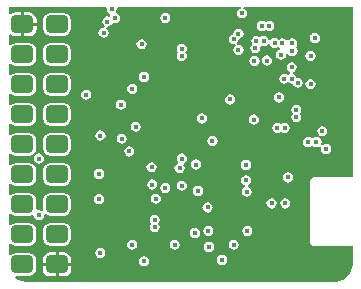
<source format=gbr>
%TF.GenerationSoftware,Altium Limited,Altium Designer,23.9.2 (47)*%
G04 Layer_Physical_Order=2*
G04 Layer_Color=36540*
%FSLAX45Y45*%
%MOMM*%
%TF.SameCoordinates,AC4A3DE0-5486-420A-B1FF-1F5B93080124*%
%TF.FilePolarity,Positive*%
%TF.FileFunction,Copper,L2,Inr,Signal*%
%TF.Part,Single*%
G01*
G75*
%TA.AperFunction,ViaPad*%
%ADD32C,0.45000*%
%TA.AperFunction,ComponentPad*%
G04:AMPARAMS|DCode=33|XSize=1.5mm|YSize=1.9mm|CornerRadius=0.375mm|HoleSize=0mm|Usage=FLASHONLY|Rotation=270.000|XOffset=0mm|YOffset=0mm|HoleType=Round|Shape=RoundedRectangle|*
%AMROUNDEDRECTD33*
21,1,1.50000,1.15000,0,0,270.0*
21,1,0.75000,1.90000,0,0,270.0*
1,1,0.75000,-0.57500,-0.37500*
1,1,0.75000,-0.57500,0.37500*
1,1,0.75000,0.57500,0.37500*
1,1,0.75000,0.57500,-0.37500*
%
%ADD33ROUNDEDRECTD33*%
G36*
X2956055Y1033945D02*
X2640000D01*
X2623183Y1030600D01*
X2608926Y1021074D01*
X2599401Y1006817D01*
X2596056Y990001D01*
Y490002D01*
X2599401Y473185D01*
X2608926Y458928D01*
X2623183Y449402D01*
X2640000Y446057D01*
X2956055D01*
Y299999D01*
X2956164Y299449D01*
X2950913Y259563D01*
X2935305Y221881D01*
X2910476Y189524D01*
X2878118Y164695D01*
X2840437Y149087D01*
X2814295Y145645D01*
X2800000Y143944D01*
Y143944D01*
X200000D01*
X199453Y143835D01*
X159563Y149087D01*
X121882Y164695D01*
X97751Y183211D01*
X102167Y196650D01*
X103283Y197874D01*
X217500D01*
X239935Y202336D01*
X258955Y215045D01*
X271663Y234065D01*
X276126Y256500D01*
Y331500D01*
X271663Y353935D01*
X258955Y372955D01*
X239935Y385663D01*
X217500Y390126D01*
X102500D01*
X80065Y385663D01*
X61045Y372955D01*
X58944Y369811D01*
X43944Y374361D01*
Y467639D01*
X58944Y472189D01*
X61045Y469045D01*
X80065Y456336D01*
X102500Y451874D01*
X217500D01*
X239935Y456336D01*
X258955Y469045D01*
X271663Y488065D01*
X276126Y510500D01*
Y585500D01*
X271663Y607935D01*
X258955Y626955D01*
X239935Y639663D01*
X217500Y644126D01*
X102500D01*
X80065Y639663D01*
X61045Y626955D01*
X58944Y623811D01*
X43944Y628361D01*
Y721639D01*
X58944Y726189D01*
X61045Y723045D01*
X80065Y710336D01*
X102500Y705874D01*
X217500D01*
X239935Y710336D01*
X242173Y711832D01*
X244587Y711527D01*
X257813Y704242D01*
X259966Y693417D01*
X269359Y679360D01*
X283417Y669966D01*
X300000Y666668D01*
X316583Y669966D01*
X330640Y679360D01*
X340034Y693417D01*
X343332Y710000D01*
X342320Y715090D01*
X351720Y720966D01*
X356183Y722285D01*
X374065Y710336D01*
X396500Y705874D01*
X511500D01*
X533935Y710336D01*
X552955Y723045D01*
X565663Y742065D01*
X570126Y764500D01*
Y839500D01*
X565663Y861935D01*
X552955Y880955D01*
X533935Y893663D01*
X511500Y898126D01*
X396500D01*
X374065Y893663D01*
X355045Y880955D01*
X342336Y861935D01*
X337874Y839500D01*
Y764500D01*
X340632Y750631D01*
X340630Y750630D01*
X326817Y743195D01*
X316583Y750034D01*
X300000Y753333D01*
X288754Y751096D01*
X275514Y761420D01*
X276126Y764500D01*
Y839500D01*
X271663Y861935D01*
X258955Y880955D01*
X239935Y893663D01*
X217500Y898126D01*
X102500D01*
X80065Y893663D01*
X61045Y880955D01*
X58944Y877811D01*
X43944Y882361D01*
Y975639D01*
X58944Y980189D01*
X61045Y977045D01*
X80065Y964336D01*
X102500Y959874D01*
X217500D01*
X239935Y964336D01*
X258955Y977045D01*
X271663Y996065D01*
X276126Y1018500D01*
Y1093500D01*
X271663Y1115935D01*
X258955Y1134955D01*
X239935Y1147663D01*
X217500Y1152126D01*
X102500D01*
X80065Y1147663D01*
X61045Y1134955D01*
X58944Y1131811D01*
X43944Y1136361D01*
Y1229639D01*
X58944Y1234189D01*
X61045Y1231045D01*
X80065Y1218336D01*
X102500Y1213874D01*
X217500D01*
X239935Y1218336D01*
X258955Y1231045D01*
X271663Y1250065D01*
X276126Y1272500D01*
Y1347500D01*
X271663Y1369935D01*
X258955Y1388955D01*
X239935Y1401663D01*
X217500Y1406126D01*
X102500D01*
X80065Y1401663D01*
X61045Y1388955D01*
X58944Y1385811D01*
X43944Y1390361D01*
Y1483639D01*
X58944Y1488189D01*
X61045Y1485045D01*
X80065Y1472336D01*
X102500Y1467874D01*
X217500D01*
X239935Y1472336D01*
X258955Y1485045D01*
X271663Y1504065D01*
X276126Y1526500D01*
Y1601500D01*
X271663Y1623935D01*
X258955Y1642955D01*
X239935Y1655663D01*
X217500Y1660126D01*
X102500D01*
X80065Y1655663D01*
X61045Y1642955D01*
X58944Y1639811D01*
X43944Y1644361D01*
Y1737639D01*
X58944Y1742189D01*
X61045Y1739045D01*
X80065Y1726336D01*
X102500Y1721874D01*
X217500D01*
X239935Y1726336D01*
X258955Y1739045D01*
X271663Y1758065D01*
X276126Y1780500D01*
Y1855500D01*
X271663Y1877935D01*
X258955Y1896955D01*
X239935Y1909663D01*
X217500Y1914126D01*
X102500D01*
X80065Y1909663D01*
X61045Y1896955D01*
X58944Y1893811D01*
X43944Y1898361D01*
Y1991639D01*
X58944Y1996189D01*
X61045Y1993045D01*
X80065Y1980336D01*
X102500Y1975874D01*
X217500D01*
X239935Y1980336D01*
X258955Y1993045D01*
X271663Y2012065D01*
X276126Y2034500D01*
Y2109500D01*
X271663Y2131935D01*
X258955Y2150955D01*
X239935Y2163663D01*
X217500Y2168126D01*
X102500D01*
X80065Y2163663D01*
X61045Y2150955D01*
X58944Y2147811D01*
X43944Y2152361D01*
Y2237974D01*
X58944Y2241954D01*
X77958Y2229250D01*
X102500Y2224368D01*
X147300D01*
Y2326000D01*
Y2427632D01*
X102500D01*
X77958Y2422750D01*
X58944Y2410046D01*
X43944Y2414026D01*
Y2476056D01*
X862885D01*
X874188Y2461056D01*
X872864Y2454400D01*
X876163Y2437817D01*
X885556Y2423759D01*
X899614Y2414366D01*
X905026Y2401060D01*
X894554Y2390437D01*
X880000Y2393333D01*
X863417Y2390034D01*
X849359Y2380641D01*
X839966Y2366583D01*
X836668Y2350000D01*
X839966Y2333417D01*
X849359Y2319360D01*
X858329Y2313366D01*
X852476Y2299237D01*
X848025Y2300122D01*
X831443Y2296823D01*
X817385Y2287430D01*
X807991Y2273372D01*
X804693Y2256789D01*
X807991Y2240207D01*
X817385Y2226149D01*
X831443Y2216756D01*
X848025Y2213457D01*
X864608Y2216756D01*
X878666Y2226149D01*
X888059Y2240207D01*
X891358Y2256789D01*
X888059Y2273372D01*
X878666Y2287430D01*
X869697Y2293423D01*
X875549Y2307553D01*
X880000Y2306668D01*
X896583Y2309966D01*
X910641Y2319360D01*
X915980Y2327350D01*
X927535Y2337670D01*
X944117Y2334372D01*
X960700Y2337670D01*
X974758Y2347063D01*
X984151Y2361121D01*
X987450Y2377704D01*
X984151Y2394287D01*
X974758Y2408344D01*
X960700Y2417738D01*
X953932Y2434378D01*
X956230Y2437817D01*
X959529Y2454400D01*
X958205Y2461056D01*
X969508Y2476056D01*
X2007077D01*
X2008555Y2461056D01*
X2003417Y2460034D01*
X1989359Y2450641D01*
X1979966Y2436583D01*
X1976668Y2420000D01*
X1979966Y2403417D01*
X1989359Y2389359D01*
X2003417Y2379966D01*
X2020000Y2376668D01*
X2036583Y2379966D01*
X2050641Y2389359D01*
X2060034Y2403417D01*
X2063332Y2420000D01*
X2060034Y2436583D01*
X2050641Y2450641D01*
X2036583Y2460034D01*
X2031446Y2461056D01*
X2032923Y2476056D01*
X2956055D01*
Y1033945D01*
D02*
G37*
%LPC*%
G36*
X217500Y2427632D02*
X172700D01*
Y2338700D01*
X281632D01*
Y2363500D01*
X276750Y2388042D01*
X262848Y2408848D01*
X242042Y2422750D01*
X217500Y2427632D01*
D02*
G37*
G36*
X1370000Y2423332D02*
X1353417Y2420034D01*
X1339360Y2410641D01*
X1329966Y2396583D01*
X1326668Y2380000D01*
X1329966Y2363417D01*
X1339360Y2349360D01*
X1353417Y2339966D01*
X1370000Y2336668D01*
X1386583Y2339966D01*
X1400641Y2349360D01*
X1410034Y2363417D01*
X1413332Y2380000D01*
X1410034Y2396583D01*
X1400641Y2410641D01*
X1386583Y2420034D01*
X1370000Y2423332D01*
D02*
G37*
G36*
X2188658Y2357047D02*
X2172075Y2353748D01*
X2158017Y2344355D01*
X2148624Y2330297D01*
X2145325Y2313714D01*
X2148624Y2297132D01*
X2158017Y2283074D01*
X2172075Y2273680D01*
X2188658Y2270382D01*
X2205240Y2273680D01*
X2219149Y2282975D01*
X2233097Y2273655D01*
X2249679Y2270357D01*
X2266262Y2273655D01*
X2280320Y2283049D01*
X2289713Y2297107D01*
X2293012Y2313689D01*
X2289713Y2330272D01*
X2280320Y2344330D01*
X2266262Y2353723D01*
X2249679Y2357022D01*
X2233097Y2353723D01*
X2219187Y2344429D01*
X2205240Y2353748D01*
X2188658Y2357047D01*
D02*
G37*
G36*
X511500Y2422126D02*
X396500D01*
X374065Y2417663D01*
X355045Y2404955D01*
X342336Y2385935D01*
X337874Y2363500D01*
Y2288500D01*
X342336Y2266065D01*
X355045Y2247045D01*
X374065Y2234336D01*
X396500Y2229874D01*
X511500D01*
X533935Y2234336D01*
X552955Y2247045D01*
X565663Y2266065D01*
X570126Y2288500D01*
Y2363500D01*
X565663Y2385935D01*
X552955Y2404955D01*
X533935Y2417663D01*
X511500Y2422126D01*
D02*
G37*
G36*
X281632Y2313300D02*
X172700D01*
Y2224368D01*
X217500D01*
X242042Y2229250D01*
X262848Y2243152D01*
X276750Y2263958D01*
X281632Y2288500D01*
Y2313300D01*
D02*
G37*
G36*
X2203302Y2228462D02*
X2186720Y2225164D01*
X2172662Y2215770D01*
X2171755Y2214413D01*
X2157871Y2223690D01*
X2141288Y2226989D01*
X2124705Y2223690D01*
X2110648Y2214297D01*
X2101254Y2200239D01*
X2097956Y2183656D01*
X2101254Y2167074D01*
X2107404Y2157869D01*
X2101325Y2153807D01*
X2091931Y2139749D01*
X2088633Y2123167D01*
X2091931Y2106584D01*
X2101325Y2092526D01*
X2115383Y2083133D01*
X2131965Y2079834D01*
X2148548Y2083133D01*
X2162606Y2092526D01*
X2171999Y2106584D01*
X2175298Y2123167D01*
X2172655Y2136453D01*
X2180987Y2144394D01*
X2184812Y2146370D01*
X2186720Y2145096D01*
X2203302Y2141797D01*
X2219885Y2145096D01*
X2233943Y2154489D01*
X2239802Y2163258D01*
X2255726Y2160091D01*
X2257053Y2153418D01*
X2266447Y2139360D01*
X2280505Y2129967D01*
X2297087Y2126668D01*
X2313670Y2129967D01*
X2326616Y2138617D01*
X2330039Y2133494D01*
X2340232Y2126683D01*
X2338599Y2111065D01*
X2333417Y2110034D01*
X2319360Y2100640D01*
X2309966Y2086583D01*
X2306668Y2070000D01*
X2309966Y2053417D01*
X2319360Y2039359D01*
X2333417Y2029966D01*
X2350000Y2026668D01*
X2366583Y2029966D01*
X2380641Y2039359D01*
X2390034Y2053417D01*
X2393333Y2070000D01*
X2391684Y2078291D01*
X2406328Y2081232D01*
X2409576Y2076457D01*
X2409741Y2076209D01*
X2415772Y2067185D01*
X2429830Y2057791D01*
X2446412Y2054493D01*
X2462995Y2057791D01*
X2477053Y2067185D01*
X2486446Y2081243D01*
X2489745Y2097825D01*
X2486446Y2114408D01*
X2482358Y2120526D01*
X2477934Y2131017D01*
X2482117Y2143122D01*
X2485817Y2148658D01*
X2489115Y2165241D01*
X2485817Y2181824D01*
X2476423Y2195882D01*
X2462365Y2205275D01*
X2445783Y2208573D01*
X2429200Y2205275D01*
X2415142Y2195882D01*
X2411882Y2191002D01*
X2393841D01*
X2391320Y2194775D01*
X2377262Y2204169D01*
X2360680Y2207467D01*
X2344097Y2204169D01*
X2331151Y2195518D01*
X2327728Y2200641D01*
X2313670Y2210035D01*
X2297087Y2213333D01*
X2280505Y2210035D01*
X2266447Y2200641D01*
X2260587Y2191872D01*
X2244663Y2195040D01*
X2243336Y2201712D01*
X2233943Y2215770D01*
X2219885Y2225164D01*
X2203302Y2228462D01*
D02*
G37*
G36*
X2636618Y2253332D02*
X2620035Y2250034D01*
X2605977Y2240640D01*
X2596584Y2226583D01*
X2593285Y2210000D01*
X2596584Y2193417D01*
X2605977Y2179359D01*
X2620035Y2169966D01*
X2636618Y2166667D01*
X2653200Y2169966D01*
X2667258Y2179359D01*
X2676651Y2193417D01*
X2679950Y2210000D01*
X2676651Y2226583D01*
X2667258Y2240640D01*
X2653200Y2250034D01*
X2636618Y2253332D01*
D02*
G37*
G36*
X1169668Y2200904D02*
X1153086Y2197605D01*
X1139028Y2188212D01*
X1129635Y2174154D01*
X1126336Y2157572D01*
X1129635Y2140989D01*
X1139028Y2126931D01*
X1153086Y2117538D01*
X1169668Y2114239D01*
X1186251Y2117538D01*
X1200309Y2126931D01*
X1209702Y2140989D01*
X1213001Y2157572D01*
X1209702Y2174154D01*
X1200309Y2188212D01*
X1186251Y2197605D01*
X1169668Y2200904D01*
D02*
G37*
G36*
X1989463Y2289751D02*
X1972881Y2286452D01*
X1958823Y2277059D01*
X1949429Y2263001D01*
X1946131Y2246418D01*
X1946876Y2242670D01*
X1933417Y2239993D01*
X1919359Y2230600D01*
X1909965Y2216542D01*
X1906667Y2199959D01*
X1909965Y2183377D01*
X1919359Y2169319D01*
X1933417Y2159925D01*
X1949999Y2156627D01*
X1958949Y2158407D01*
X1964802Y2144277D01*
X1959360Y2140641D01*
X1949966Y2126583D01*
X1946668Y2110000D01*
X1949966Y2093417D01*
X1959360Y2079360D01*
X1973417Y2069966D01*
X1990000Y2066668D01*
X2006583Y2069966D01*
X2020641Y2079360D01*
X2030034Y2093417D01*
X2033332Y2110000D01*
X2030034Y2126583D01*
X2020641Y2140641D01*
X2006583Y2150034D01*
X1990000Y2153332D01*
X1981050Y2151552D01*
X1975197Y2165682D01*
X1980640Y2169319D01*
X1990033Y2183377D01*
X1993332Y2199959D01*
X1992586Y2203707D01*
X2006046Y2206384D01*
X2020104Y2215778D01*
X2029497Y2229836D01*
X2032796Y2246418D01*
X2029497Y2263001D01*
X2020104Y2277059D01*
X2006046Y2286452D01*
X1989463Y2289751D01*
D02*
G37*
G36*
X2600000Y2103332D02*
X2583417Y2100034D01*
X2569359Y2090640D01*
X2559966Y2076583D01*
X2556667Y2060000D01*
X2559966Y2043417D01*
X2569359Y2029359D01*
X2583417Y2019966D01*
X2600000Y2016668D01*
X2616583Y2019966D01*
X2630640Y2029359D01*
X2640034Y2043417D01*
X2643332Y2060000D01*
X2640034Y2076583D01*
X2630640Y2090640D01*
X2616583Y2100034D01*
X2600000Y2103332D01*
D02*
G37*
G36*
X1510000Y2163332D02*
X1493417Y2160034D01*
X1479359Y2150641D01*
X1469966Y2136583D01*
X1466668Y2120000D01*
X1469966Y2103417D01*
X1478932Y2090000D01*
X1469966Y2076583D01*
X1466668Y2060000D01*
X1469966Y2043417D01*
X1479359Y2029359D01*
X1493417Y2019966D01*
X1510000Y2016668D01*
X1526583Y2019966D01*
X1540641Y2029359D01*
X1550034Y2043417D01*
X1553332Y2060000D01*
X1550034Y2076583D01*
X1541069Y2090000D01*
X1550034Y2103417D01*
X1553332Y2120000D01*
X1550034Y2136583D01*
X1540641Y2150641D01*
X1526583Y2160034D01*
X1510000Y2163332D01*
D02*
G37*
G36*
X2230000Y2063332D02*
X2213417Y2060034D01*
X2199360Y2050641D01*
X2189966Y2036583D01*
X2186668Y2020000D01*
X2189966Y2003417D01*
X2199360Y1989359D01*
X2213417Y1979966D01*
X2230000Y1976668D01*
X2246583Y1979966D01*
X2260641Y1989359D01*
X2270034Y2003417D01*
X2273333Y2020000D01*
X2270034Y2036583D01*
X2260641Y2050641D01*
X2246583Y2060034D01*
X2230000Y2063332D01*
D02*
G37*
G36*
X511500Y2168126D02*
X396500D01*
X374065Y2163663D01*
X355045Y2150955D01*
X342336Y2131935D01*
X337874Y2109500D01*
Y2034500D01*
X342336Y2012065D01*
X355045Y1993045D01*
X374065Y1980336D01*
X396500Y1975874D01*
X511500D01*
X533935Y1980336D01*
X552955Y1993045D01*
X565663Y2012065D01*
X570126Y2034500D01*
Y2109500D01*
X565663Y2131935D01*
X552955Y2150955D01*
X533935Y2163663D01*
X511500Y2168126D01*
D02*
G37*
G36*
X2125334Y2060570D02*
X2108751Y2057272D01*
X2094694Y2047879D01*
X2085300Y2033821D01*
X2082002Y2017238D01*
X2085300Y2000655D01*
X2094694Y1986597D01*
X2108751Y1977204D01*
X2125334Y1973906D01*
X2141917Y1977204D01*
X2155975Y1986597D01*
X2165368Y2000655D01*
X2168666Y2017238D01*
X2165368Y2033821D01*
X2155975Y2047879D01*
X2141917Y2057272D01*
X2125334Y2060570D01*
D02*
G37*
G36*
X2440003Y2006241D02*
X2423420Y2002943D01*
X2409362Y1993549D01*
X2399969Y1979492D01*
X2396670Y1962909D01*
X2399969Y1946326D01*
X2409362Y1932268D01*
X2423420Y1922875D01*
X2428288Y1921907D01*
Y1906613D01*
X2422412Y1905444D01*
X2409133Y1896571D01*
X2408783Y1897094D01*
X2394725Y1906488D01*
X2378143Y1909786D01*
X2361560Y1906488D01*
X2347502Y1897094D01*
X2338109Y1883036D01*
X2334810Y1866454D01*
X2338109Y1849871D01*
X2347502Y1835813D01*
X2361560Y1826420D01*
X2378143Y1823121D01*
X2394725Y1826420D01*
X2408004Y1835293D01*
X2408354Y1834770D01*
X2422412Y1825376D01*
X2438995Y1822078D01*
X2448669Y1824002D01*
X2450324Y1815683D01*
X2459718Y1801625D01*
X2473776Y1792231D01*
X2490358Y1788933D01*
X2506941Y1792231D01*
X2520999Y1801625D01*
X2530392Y1815683D01*
X2533691Y1832265D01*
X2530392Y1848848D01*
X2520999Y1862906D01*
X2506941Y1872299D01*
X2490358Y1875598D01*
X2480683Y1873673D01*
X2479029Y1881993D01*
X2469635Y1896051D01*
X2455577Y1905444D01*
X2450709Y1906412D01*
Y1921706D01*
X2456585Y1922875D01*
X2470643Y1932268D01*
X2480037Y1946326D01*
X2483335Y1962909D01*
X2480037Y1979492D01*
X2470643Y1993549D01*
X2456585Y2002943D01*
X2440003Y2006241D01*
D02*
G37*
G36*
X1190000Y1923332D02*
X1173417Y1920034D01*
X1159359Y1910641D01*
X1149966Y1896583D01*
X1146668Y1880000D01*
X1149966Y1863417D01*
X1159359Y1849360D01*
X1173417Y1839966D01*
X1190000Y1836668D01*
X1206583Y1839966D01*
X1220640Y1849360D01*
X1230034Y1863417D01*
X1233332Y1880000D01*
X1230034Y1896583D01*
X1220640Y1910641D01*
X1206583Y1920034D01*
X1190000Y1923332D01*
D02*
G37*
G36*
X2600000Y1863332D02*
X2583417Y1860034D01*
X2569359Y1850640D01*
X2559966Y1836583D01*
X2556667Y1820000D01*
X2559966Y1803417D01*
X2569359Y1789359D01*
X2583417Y1779966D01*
X2600000Y1776668D01*
X2616583Y1779966D01*
X2630640Y1789359D01*
X2640034Y1803417D01*
X2643332Y1820000D01*
X2640034Y1836583D01*
X2630640Y1850640D01*
X2616583Y1860034D01*
X2600000Y1863332D01*
D02*
G37*
G36*
X1090000Y1823332D02*
X1073417Y1820034D01*
X1059360Y1810641D01*
X1049966Y1796583D01*
X1046668Y1780000D01*
X1049966Y1763417D01*
X1059360Y1749359D01*
X1073417Y1739966D01*
X1090000Y1736668D01*
X1106583Y1739966D01*
X1120641Y1749359D01*
X1130034Y1763417D01*
X1133333Y1780000D01*
X1130034Y1796583D01*
X1120641Y1810641D01*
X1106583Y1820034D01*
X1090000Y1823332D01*
D02*
G37*
G36*
X511500Y1914126D02*
X396500D01*
X374065Y1909663D01*
X355045Y1896955D01*
X342336Y1877935D01*
X337874Y1855500D01*
Y1780500D01*
X342336Y1758065D01*
X355045Y1739045D01*
X374065Y1726336D01*
X396500Y1721874D01*
X511500D01*
X533935Y1726336D01*
X552955Y1739045D01*
X565663Y1758065D01*
X570126Y1780500D01*
Y1855500D01*
X565663Y1877935D01*
X552955Y1896955D01*
X533935Y1909663D01*
X511500Y1914126D01*
D02*
G37*
G36*
X700000Y1773332D02*
X683417Y1770034D01*
X669360Y1760641D01*
X659966Y1746583D01*
X656668Y1730000D01*
X659966Y1713417D01*
X669360Y1699360D01*
X683417Y1689966D01*
X700000Y1686668D01*
X716583Y1689966D01*
X730641Y1699360D01*
X740034Y1713417D01*
X743333Y1730000D01*
X740034Y1746583D01*
X730641Y1760641D01*
X716583Y1770034D01*
X700000Y1773332D01*
D02*
G37*
G36*
X2333948Y1750984D02*
X2317365Y1747685D01*
X2303308Y1738292D01*
X2293914Y1724234D01*
X2290616Y1707651D01*
X2293914Y1691069D01*
X2303308Y1677011D01*
X2317365Y1667617D01*
X2333948Y1664319D01*
X2350531Y1667617D01*
X2364589Y1677011D01*
X2373982Y1691069D01*
X2377280Y1707651D01*
X2373982Y1724234D01*
X2364589Y1738292D01*
X2350531Y1747685D01*
X2333948Y1750984D01*
D02*
G37*
G36*
X1920000Y1733332D02*
X1903417Y1730034D01*
X1889359Y1720640D01*
X1879966Y1706583D01*
X1876668Y1690000D01*
X1879966Y1673417D01*
X1889359Y1659359D01*
X1903417Y1649966D01*
X1920000Y1646668D01*
X1936583Y1649966D01*
X1950640Y1659359D01*
X1960034Y1673417D01*
X1963332Y1690000D01*
X1960034Y1706583D01*
X1950640Y1720640D01*
X1936583Y1730034D01*
X1920000Y1733332D01*
D02*
G37*
G36*
X994838Y1689557D02*
X978256Y1686258D01*
X964198Y1676865D01*
X954804Y1662807D01*
X951506Y1646224D01*
X954804Y1629642D01*
X964198Y1615584D01*
X978256Y1606190D01*
X994838Y1602892D01*
X1011421Y1606190D01*
X1025479Y1615584D01*
X1034872Y1629642D01*
X1038171Y1646224D01*
X1034872Y1662807D01*
X1025479Y1676865D01*
X1011421Y1686258D01*
X994838Y1689557D01*
D02*
G37*
G36*
X2480000Y1643333D02*
X2463417Y1640034D01*
X2449360Y1630641D01*
X2439966Y1616583D01*
X2436668Y1600000D01*
X2439966Y1583417D01*
X2448932Y1570000D01*
X2439966Y1556583D01*
X2436668Y1540000D01*
X2439966Y1523417D01*
X2449360Y1509359D01*
X2463417Y1499966D01*
X2480000Y1496668D01*
X2496583Y1499966D01*
X2510641Y1509359D01*
X2520034Y1523417D01*
X2523333Y1540000D01*
X2520034Y1556583D01*
X2511069Y1570000D01*
X2520034Y1583417D01*
X2523333Y1600000D01*
X2520034Y1616583D01*
X2510641Y1630641D01*
X2496583Y1640034D01*
X2480000Y1643333D01*
D02*
G37*
G36*
X1680000Y1573332D02*
X1663417Y1570034D01*
X1649359Y1560641D01*
X1639966Y1546583D01*
X1636668Y1530000D01*
X1639966Y1513417D01*
X1649359Y1499359D01*
X1663417Y1489966D01*
X1680000Y1486668D01*
X1696583Y1489966D01*
X1710640Y1499359D01*
X1720034Y1513417D01*
X1723332Y1530000D01*
X1720034Y1546583D01*
X1710640Y1560641D01*
X1696583Y1570034D01*
X1680000Y1573332D01*
D02*
G37*
G36*
X2380000Y1493332D02*
X2363417Y1490034D01*
X2350000Y1481068D01*
X2336583Y1490034D01*
X2320000Y1493332D01*
X2303417Y1490034D01*
X2289359Y1480640D01*
X2279966Y1466583D01*
X2276668Y1450000D01*
X2279966Y1433417D01*
X2289359Y1419359D01*
X2303417Y1409966D01*
X2320000Y1406667D01*
X2336583Y1409966D01*
X2350000Y1418931D01*
X2363417Y1409966D01*
X2380000Y1406667D01*
X2396583Y1409966D01*
X2410641Y1419359D01*
X2420034Y1433417D01*
X2423332Y1450000D01*
X2420034Y1466583D01*
X2410641Y1480640D01*
X2396583Y1490034D01*
X2380000Y1493332D01*
D02*
G37*
G36*
X2120000Y1563332D02*
X2103417Y1560034D01*
X2089360Y1550641D01*
X2079966Y1536583D01*
X2076668Y1520000D01*
X2079966Y1503417D01*
X2089360Y1489359D01*
X2103417Y1479966D01*
X2120000Y1476668D01*
X2136583Y1479966D01*
X2150641Y1489359D01*
X2160034Y1503417D01*
X2163332Y1520000D01*
X2160034Y1536583D01*
X2150641Y1550641D01*
X2136583Y1560034D01*
X2120000Y1563332D01*
D02*
G37*
G36*
X511500Y1660126D02*
X396500D01*
X374065Y1655663D01*
X355045Y1642955D01*
X342336Y1623935D01*
X337874Y1601500D01*
Y1526500D01*
X342336Y1504065D01*
X355045Y1485045D01*
X374065Y1472336D01*
X396500Y1467874D01*
X511500D01*
X533935Y1472336D01*
X552955Y1485045D01*
X565663Y1504065D01*
X570126Y1526500D01*
Y1601500D01*
X565663Y1623935D01*
X552955Y1642955D01*
X533935Y1655663D01*
X511500Y1660126D01*
D02*
G37*
G36*
X1120000Y1503332D02*
X1103417Y1500034D01*
X1089360Y1490640D01*
X1079966Y1476583D01*
X1076668Y1460000D01*
X1079966Y1443417D01*
X1089360Y1429359D01*
X1103417Y1419966D01*
X1120000Y1416667D01*
X1136583Y1419966D01*
X1150641Y1429359D01*
X1160034Y1443417D01*
X1163332Y1460000D01*
X1160034Y1476583D01*
X1150641Y1490640D01*
X1136583Y1500034D01*
X1120000Y1503332D01*
D02*
G37*
G36*
X2700000Y1463332D02*
X2683417Y1460034D01*
X2669359Y1450640D01*
X2659966Y1436583D01*
X2656668Y1420000D01*
X2659966Y1403417D01*
X2669359Y1389359D01*
X2683417Y1379966D01*
X2700000Y1376668D01*
X2716583Y1379966D01*
X2730640Y1389359D01*
X2740034Y1403417D01*
X2743332Y1420000D01*
X2740034Y1436583D01*
X2730640Y1450640D01*
X2716583Y1460034D01*
X2700000Y1463332D01*
D02*
G37*
G36*
X2650000Y1373332D02*
X2633417Y1370034D01*
X2619360Y1360640D01*
X2610640D01*
X2596583Y1370034D01*
X2580000Y1373332D01*
X2563417Y1370034D01*
X2549359Y1360640D01*
X2539966Y1346583D01*
X2536668Y1330000D01*
X2539966Y1313417D01*
X2549359Y1299359D01*
X2563417Y1289966D01*
X2580000Y1286667D01*
X2596583Y1289966D01*
X2610640Y1299359D01*
X2619360D01*
X2633417Y1289966D01*
X2650000Y1286667D01*
X2666583Y1289966D01*
X2678105Y1297665D01*
X2680641Y1299359D01*
X2692791Y1290811D01*
X2689966Y1286583D01*
X2686667Y1270000D01*
X2689966Y1253417D01*
X2699359Y1239359D01*
X2713417Y1229966D01*
X2730000Y1226668D01*
X2746583Y1229966D01*
X2760640Y1239359D01*
X2770034Y1253417D01*
X2773332Y1270000D01*
X2770034Y1286583D01*
X2760640Y1300641D01*
X2746583Y1310034D01*
X2730000Y1313332D01*
X2713417Y1310034D01*
X2701895Y1302334D01*
X2699359Y1300641D01*
X2687209Y1309189D01*
X2690034Y1313417D01*
X2693332Y1330000D01*
X2690034Y1346583D01*
X2680641Y1360640D01*
X2666583Y1370034D01*
X2650000Y1373332D01*
D02*
G37*
G36*
X820780Y1428265D02*
X804198Y1424967D01*
X790140Y1415573D01*
X780746Y1401516D01*
X777448Y1384933D01*
X780746Y1368350D01*
X790140Y1354292D01*
X804198Y1344899D01*
X820780Y1341601D01*
X837363Y1344899D01*
X851421Y1354292D01*
X860814Y1368350D01*
X864113Y1384933D01*
X860814Y1401516D01*
X851421Y1415573D01*
X837363Y1424967D01*
X820780Y1428265D01*
D02*
G37*
G36*
X1001269Y1401590D02*
X984687Y1398291D01*
X970629Y1388898D01*
X961235Y1374840D01*
X957937Y1358257D01*
X961235Y1341674D01*
X970629Y1327617D01*
X984687Y1318223D01*
X1001269Y1314925D01*
X1017852Y1318223D01*
X1031910Y1327617D01*
X1041303Y1341674D01*
X1044602Y1358257D01*
X1041303Y1374840D01*
X1031910Y1388898D01*
X1017852Y1398291D01*
X1001269Y1401590D01*
D02*
G37*
G36*
X1769996Y1383330D02*
X1753414Y1380031D01*
X1739356Y1370638D01*
X1729963Y1356580D01*
X1726664Y1339997D01*
X1729963Y1323415D01*
X1739356Y1309357D01*
X1753414Y1299963D01*
X1769996Y1296665D01*
X1786579Y1299963D01*
X1800637Y1309357D01*
X1810030Y1323415D01*
X1813329Y1339997D01*
X1810030Y1356580D01*
X1800637Y1370638D01*
X1786579Y1380031D01*
X1769996Y1383330D01*
D02*
G37*
G36*
X511500Y1406126D02*
X396500D01*
X374065Y1401663D01*
X355045Y1388955D01*
X342336Y1369935D01*
X337874Y1347500D01*
Y1272500D01*
X342336Y1250065D01*
X355045Y1231045D01*
X374065Y1218336D01*
X396500Y1213874D01*
X511500D01*
X533935Y1218336D01*
X552955Y1231045D01*
X565663Y1250065D01*
X570126Y1272500D01*
Y1347500D01*
X565663Y1369935D01*
X552955Y1388955D01*
X533935Y1401663D01*
X511500Y1406126D01*
D02*
G37*
G36*
X1065000Y1293332D02*
X1048418Y1290034D01*
X1034360Y1280641D01*
X1024966Y1266583D01*
X1021668Y1250000D01*
X1024966Y1233417D01*
X1034360Y1219360D01*
X1048418Y1209966D01*
X1065000Y1206668D01*
X1081583Y1209966D01*
X1095641Y1219360D01*
X1105034Y1233417D01*
X1108333Y1250000D01*
X1105034Y1266583D01*
X1095641Y1280641D01*
X1081583Y1290034D01*
X1065000Y1293332D01*
D02*
G37*
G36*
X300000Y1233332D02*
X283417Y1230034D01*
X269359Y1220640D01*
X259966Y1206583D01*
X256668Y1190000D01*
X259966Y1173417D01*
X269359Y1159359D01*
X283417Y1149966D01*
X300000Y1146668D01*
X316583Y1149966D01*
X330640Y1159359D01*
X340034Y1173417D01*
X343332Y1190000D01*
X340034Y1206583D01*
X330640Y1220640D01*
X316583Y1230034D01*
X300000Y1233332D01*
D02*
G37*
G36*
X1629393Y1182726D02*
X1612811Y1179427D01*
X1598753Y1170034D01*
X1589360Y1155976D01*
X1586061Y1139393D01*
X1589360Y1122811D01*
X1598753Y1108753D01*
X1612811Y1099359D01*
X1629393Y1096061D01*
X1645976Y1099359D01*
X1660034Y1108753D01*
X1669427Y1122811D01*
X1672726Y1139393D01*
X1669427Y1155976D01*
X1660034Y1170034D01*
X1645976Y1179427D01*
X1629393Y1182726D01*
D02*
G37*
G36*
X2054090Y1178636D02*
X2037507Y1175337D01*
X2023449Y1165944D01*
X2014056Y1151886D01*
X2010757Y1135303D01*
X2014056Y1118721D01*
X2023449Y1104663D01*
X2037507Y1095269D01*
X2054090Y1091971D01*
X2070673Y1095269D01*
X2084730Y1104663D01*
X2094124Y1118721D01*
X2097422Y1135303D01*
X2094124Y1151886D01*
X2084730Y1165944D01*
X2070673Y1175337D01*
X2054090Y1178636D01*
D02*
G37*
G36*
X1254246Y1159087D02*
X1237663Y1155788D01*
X1223605Y1146395D01*
X1214212Y1132337D01*
X1210914Y1115754D01*
X1214212Y1099172D01*
X1223605Y1085114D01*
X1237663Y1075720D01*
X1254246Y1072422D01*
X1270829Y1075720D01*
X1284886Y1085114D01*
X1294280Y1099172D01*
X1297578Y1115754D01*
X1294280Y1132337D01*
X1284886Y1146395D01*
X1270829Y1155788D01*
X1254246Y1159087D01*
D02*
G37*
G36*
X1510000Y1233332D02*
X1493417Y1230034D01*
X1479359Y1220640D01*
X1469966Y1206583D01*
X1466668Y1190000D01*
X1469966Y1173417D01*
X1476823Y1163155D01*
X1474954Y1150971D01*
X1472346Y1146005D01*
X1460345Y1137987D01*
X1450952Y1123929D01*
X1447653Y1107346D01*
X1450952Y1090763D01*
X1460345Y1076705D01*
X1474403Y1067312D01*
X1490986Y1064014D01*
X1507568Y1067312D01*
X1521626Y1076705D01*
X1531020Y1090763D01*
X1534318Y1107346D01*
X1531020Y1123929D01*
X1524163Y1134191D01*
X1526032Y1146375D01*
X1528640Y1151341D01*
X1540641Y1159359D01*
X1550034Y1173417D01*
X1553332Y1190000D01*
X1550034Y1206583D01*
X1540641Y1220640D01*
X1526583Y1230034D01*
X1510000Y1233332D01*
D02*
G37*
G36*
X810000Y1103332D02*
X793417Y1100034D01*
X779359Y1090640D01*
X769966Y1076583D01*
X766668Y1060000D01*
X769966Y1043417D01*
X779359Y1029359D01*
X793417Y1019966D01*
X810000Y1016668D01*
X826583Y1019966D01*
X840640Y1029359D01*
X850034Y1043417D01*
X853332Y1060000D01*
X850034Y1076583D01*
X840640Y1090640D01*
X826583Y1100034D01*
X810000Y1103332D01*
D02*
G37*
G36*
X2410000Y1073332D02*
X2393417Y1070034D01*
X2379359Y1060641D01*
X2369966Y1046583D01*
X2366668Y1030000D01*
X2369966Y1013417D01*
X2379359Y999359D01*
X2393417Y989966D01*
X2410000Y986668D01*
X2426583Y989966D01*
X2440641Y999359D01*
X2450034Y1013417D01*
X2453332Y1030000D01*
X2450034Y1046583D01*
X2440641Y1060641D01*
X2426583Y1070034D01*
X2410000Y1073332D01*
D02*
G37*
G36*
X511500Y1152126D02*
X396500D01*
X374065Y1147663D01*
X355045Y1134955D01*
X342336Y1115935D01*
X337874Y1093500D01*
Y1018500D01*
X342336Y996065D01*
X355045Y977045D01*
X374065Y964336D01*
X396500Y959874D01*
X511500D01*
X533935Y964336D01*
X552955Y977045D01*
X565663Y996065D01*
X570126Y1018500D01*
Y1093500D01*
X565663Y1115935D01*
X552955Y1134955D01*
X533935Y1147663D01*
X511500Y1152126D01*
D02*
G37*
G36*
X1260000Y1013332D02*
X1243417Y1010034D01*
X1229359Y1000641D01*
X1219966Y986583D01*
X1216668Y970000D01*
X1219966Y953417D01*
X1229359Y939360D01*
X1243417Y929966D01*
X1260000Y926668D01*
X1276583Y929966D01*
X1290641Y939360D01*
X1300034Y953417D01*
X1303332Y970000D01*
X1300034Y986583D01*
X1290641Y1000641D01*
X1276583Y1010034D01*
X1260000Y1013332D01*
D02*
G37*
G36*
X1510000Y1003333D02*
X1493417Y1000034D01*
X1479359Y990641D01*
X1469966Y976583D01*
X1466668Y960000D01*
X1469966Y943417D01*
X1479359Y929360D01*
X1493417Y919966D01*
X1510000Y916668D01*
X1526583Y919966D01*
X1540641Y929360D01*
X1550034Y943417D01*
X1553332Y960000D01*
X1550034Y976583D01*
X1540641Y990641D01*
X1526583Y1000034D01*
X1510000Y1003333D01*
D02*
G37*
G36*
X1370000Y983332D02*
X1353417Y980034D01*
X1339360Y970640D01*
X1329966Y956583D01*
X1326668Y940000D01*
X1329966Y923417D01*
X1339360Y909359D01*
X1353417Y899966D01*
X1370000Y896667D01*
X1386583Y899966D01*
X1400641Y909359D01*
X1410034Y923417D01*
X1413332Y940000D01*
X1410034Y956583D01*
X1400641Y970640D01*
X1386583Y980034D01*
X1370000Y983332D01*
D02*
G37*
G36*
X1646820Y960152D02*
X1630237Y956854D01*
X1616179Y947460D01*
X1606786Y933402D01*
X1603487Y916820D01*
X1606786Y900237D01*
X1616179Y886179D01*
X1630237Y876786D01*
X1646820Y873487D01*
X1663402Y876786D01*
X1677460Y886179D01*
X1686854Y900237D01*
X1690152Y916820D01*
X1686854Y933402D01*
X1677460Y947460D01*
X1663402Y956854D01*
X1646820Y960152D01*
D02*
G37*
G36*
X2055556Y1048659D02*
X2038973Y1045361D01*
X2024915Y1035967D01*
X2015522Y1021910D01*
X2012224Y1005327D01*
X2015522Y988744D01*
X2024915Y974686D01*
X2038973Y965293D01*
X2041108Y964869D01*
X2042847Y953695D01*
X2042358Y949326D01*
X2029359Y940640D01*
X2019966Y926583D01*
X2016668Y910000D01*
X2019966Y893417D01*
X2029359Y879359D01*
X2043417Y869966D01*
X2060000Y866668D01*
X2076583Y869966D01*
X2090640Y879359D01*
X2100034Y893417D01*
X2103332Y910000D01*
X2100034Y926583D01*
X2090640Y940640D01*
X2076583Y950034D01*
X2074448Y950458D01*
X2072709Y961632D01*
X2073198Y966001D01*
X2086196Y974686D01*
X2095590Y988744D01*
X2098888Y1005327D01*
X2095590Y1021910D01*
X2086196Y1035967D01*
X2072139Y1045361D01*
X2055556Y1048659D01*
D02*
G37*
G36*
X1290000Y893332D02*
X1273417Y890034D01*
X1259359Y880641D01*
X1249966Y866583D01*
X1246668Y850000D01*
X1249966Y833417D01*
X1259359Y819360D01*
X1273417Y809966D01*
X1290000Y806668D01*
X1306583Y809966D01*
X1320640Y819360D01*
X1330034Y833417D01*
X1333332Y850000D01*
X1330034Y866583D01*
X1320640Y880641D01*
X1306583Y890034D01*
X1290000Y893332D01*
D02*
G37*
G36*
X807577Y889502D02*
X790994Y886204D01*
X776936Y876810D01*
X767543Y862752D01*
X764245Y846170D01*
X767543Y829587D01*
X776936Y815529D01*
X790994Y806136D01*
X807577Y802837D01*
X824160Y806136D01*
X838218Y815529D01*
X847611Y829587D01*
X850909Y846170D01*
X847611Y862752D01*
X838218Y876810D01*
X824160Y886204D01*
X807577Y889502D01*
D02*
G37*
G36*
X2386147Y853654D02*
X2369564Y850355D01*
X2355507Y840962D01*
X2346113Y826904D01*
X2342815Y810321D01*
X2346113Y793739D01*
X2355507Y779681D01*
X2369564Y770287D01*
X2386147Y766989D01*
X2402730Y770287D01*
X2416788Y779681D01*
X2426181Y793739D01*
X2429480Y810321D01*
X2426181Y826904D01*
X2416788Y840962D01*
X2402730Y850355D01*
X2386147Y853654D01*
D02*
G37*
G36*
X2270000Y853332D02*
X2253417Y850034D01*
X2239360Y840640D01*
X2229966Y826583D01*
X2226668Y810000D01*
X2229966Y793417D01*
X2239360Y779359D01*
X2253417Y769966D01*
X2270000Y766668D01*
X2286583Y769966D01*
X2300641Y779359D01*
X2310034Y793417D01*
X2313332Y810000D01*
X2310034Y826583D01*
X2300641Y840640D01*
X2286583Y850034D01*
X2270000Y853332D01*
D02*
G37*
G36*
X1728526Y818842D02*
X1711943Y815543D01*
X1697886Y806150D01*
X1688492Y792092D01*
X1685194Y775509D01*
X1688492Y758927D01*
X1697886Y744869D01*
X1711943Y735476D01*
X1728526Y732177D01*
X1745109Y735476D01*
X1759167Y744869D01*
X1768560Y758927D01*
X1771859Y775509D01*
X1768560Y792092D01*
X1759167Y806150D01*
X1745109Y815543D01*
X1728526Y818842D01*
D02*
G37*
G36*
X1280000Y713332D02*
X1263417Y710034D01*
X1249359Y700640D01*
X1239966Y686583D01*
X1236668Y670000D01*
X1239966Y653417D01*
X1248931Y640000D01*
X1239966Y626583D01*
X1236668Y610000D01*
X1239966Y593417D01*
X1249359Y579360D01*
X1263417Y569966D01*
X1280000Y566668D01*
X1296583Y569966D01*
X1310641Y579360D01*
X1320034Y593417D01*
X1323332Y610000D01*
X1320034Y626583D01*
X1311068Y640000D01*
X1320034Y653417D01*
X1323332Y670000D01*
X1320034Y686583D01*
X1310641Y700640D01*
X1296583Y710034D01*
X1280000Y713332D01*
D02*
G37*
G36*
X1735000Y621758D02*
X1718417Y618459D01*
X1704360Y609066D01*
X1694966Y595008D01*
X1691668Y578425D01*
X1694966Y561843D01*
X1704360Y547785D01*
X1718417Y538391D01*
X1735000Y535093D01*
X1751583Y538391D01*
X1765641Y547785D01*
X1775034Y561843D01*
X1778332Y578425D01*
X1775034Y595008D01*
X1765641Y609066D01*
X1751583Y618459D01*
X1735000Y621758D01*
D02*
G37*
G36*
X2065112Y620023D02*
X2048529Y616724D01*
X2034471Y607331D01*
X2025078Y593273D01*
X2021779Y576690D01*
X2025078Y560108D01*
X2034471Y546050D01*
X2048529Y536657D01*
X2065112Y533358D01*
X2081694Y536657D01*
X2095752Y546050D01*
X2105146Y560108D01*
X2108444Y576690D01*
X2105146Y593273D01*
X2095752Y607331D01*
X2081694Y616724D01*
X2065112Y620023D01*
D02*
G37*
G36*
X1620000Y603332D02*
X1603417Y600034D01*
X1589360Y590640D01*
X1579966Y576583D01*
X1576668Y560000D01*
X1579966Y543417D01*
X1589360Y529359D01*
X1603417Y519966D01*
X1620000Y516667D01*
X1636583Y519966D01*
X1650641Y529359D01*
X1660034Y543417D01*
X1663332Y560000D01*
X1660034Y576583D01*
X1650641Y590640D01*
X1636583Y600034D01*
X1620000Y603332D01*
D02*
G37*
G36*
X511500Y644126D02*
X396500D01*
X374065Y639663D01*
X355045Y626955D01*
X342336Y607935D01*
X337874Y585500D01*
Y510500D01*
X342336Y488065D01*
X355045Y469045D01*
X374065Y456336D01*
X396500Y451874D01*
X511500D01*
X533935Y456336D01*
X552955Y469045D01*
X565663Y488065D01*
X570126Y510500D01*
Y585500D01*
X565663Y607935D01*
X552955Y626955D01*
X533935Y639663D01*
X511500Y644126D01*
D02*
G37*
G36*
X1950000Y503332D02*
X1933417Y500034D01*
X1919359Y490641D01*
X1909966Y476583D01*
X1906668Y460000D01*
X1909966Y443417D01*
X1919359Y429360D01*
X1933417Y419966D01*
X1950000Y416668D01*
X1966583Y419966D01*
X1980640Y429360D01*
X1990034Y443417D01*
X1993332Y460000D01*
X1990034Y476583D01*
X1980640Y490641D01*
X1966583Y500034D01*
X1950000Y503332D01*
D02*
G37*
G36*
X1450000D02*
X1433417Y500034D01*
X1419359Y490641D01*
X1409966Y476583D01*
X1406667Y460000D01*
X1409966Y443417D01*
X1419359Y429360D01*
X1433417Y419966D01*
X1450000Y416668D01*
X1466583Y419966D01*
X1480640Y429360D01*
X1490034Y443417D01*
X1493332Y460000D01*
X1490034Y476583D01*
X1480640Y490641D01*
X1466583Y500034D01*
X1450000Y503332D01*
D02*
G37*
G36*
X1090000D02*
X1073417Y500034D01*
X1059360Y490641D01*
X1049966Y476583D01*
X1046668Y460000D01*
X1049966Y443417D01*
X1059360Y429360D01*
X1073417Y419966D01*
X1090000Y416668D01*
X1106583Y419966D01*
X1120641Y429360D01*
X1130034Y443417D01*
X1133333Y460000D01*
X1130034Y476583D01*
X1120641Y490641D01*
X1106583Y500034D01*
X1090000Y503332D01*
D02*
G37*
G36*
X1740357Y483770D02*
X1723774Y480471D01*
X1709716Y471078D01*
X1700323Y457020D01*
X1697024Y440437D01*
X1700323Y423855D01*
X1709716Y409797D01*
X1723774Y400403D01*
X1740357Y397105D01*
X1756939Y400403D01*
X1770997Y409797D01*
X1780391Y423855D01*
X1783689Y440437D01*
X1780391Y457020D01*
X1770997Y471078D01*
X1756939Y480471D01*
X1740357Y483770D01*
D02*
G37*
G36*
X820539Y433577D02*
X803957Y430278D01*
X789899Y420885D01*
X780505Y406827D01*
X777207Y390244D01*
X780505Y373662D01*
X789899Y359604D01*
X803957Y350210D01*
X820539Y346912D01*
X837122Y350210D01*
X851180Y359604D01*
X860573Y373662D01*
X863872Y390244D01*
X860573Y406827D01*
X851180Y420885D01*
X837122Y430278D01*
X820539Y433577D01*
D02*
G37*
G36*
X511500Y395632D02*
X466700D01*
Y306700D01*
X575632D01*
Y331500D01*
X570750Y356042D01*
X556848Y376848D01*
X536042Y390750D01*
X511500Y395632D01*
D02*
G37*
G36*
X441300D02*
X396500D01*
X371958Y390750D01*
X351152Y376848D01*
X337250Y356042D01*
X332368Y331500D01*
Y306700D01*
X441300D01*
Y395632D01*
D02*
G37*
G36*
X1850000Y373333D02*
X1833417Y370034D01*
X1819360Y360641D01*
X1809966Y346583D01*
X1806668Y330000D01*
X1809966Y313417D01*
X1819360Y299360D01*
X1833417Y289966D01*
X1850000Y286668D01*
X1866583Y289966D01*
X1880641Y299360D01*
X1890034Y313417D01*
X1893333Y330000D01*
X1890034Y346583D01*
X1880641Y360641D01*
X1866583Y370034D01*
X1850000Y373333D01*
D02*
G37*
G36*
X1190000Y363333D02*
X1173417Y360034D01*
X1159359Y350641D01*
X1149966Y336583D01*
X1146668Y320000D01*
X1149966Y303417D01*
X1159359Y289360D01*
X1173417Y279966D01*
X1190000Y276668D01*
X1206583Y279966D01*
X1220640Y289360D01*
X1230034Y303417D01*
X1233332Y320000D01*
X1230034Y336583D01*
X1220640Y350641D01*
X1206583Y360034D01*
X1190000Y363333D01*
D02*
G37*
G36*
X575632Y281300D02*
X466700D01*
Y192368D01*
X511500D01*
X536042Y197250D01*
X556848Y211152D01*
X570750Y231958D01*
X575632Y256500D01*
Y281300D01*
D02*
G37*
G36*
X441300D02*
X332368D01*
Y256500D01*
X337250Y231958D01*
X351152Y211152D01*
X371958Y197250D01*
X396500Y192368D01*
X441300D01*
Y281300D01*
D02*
G37*
%LPD*%
D32*
X2595315Y2255315D02*
D03*
X2636618Y2210000D02*
D03*
X2640000Y2140000D02*
D03*
X1629393Y1139393D02*
D03*
X1510000Y1190000D02*
D03*
X1490986Y1107346D02*
D03*
X300000Y1190000D02*
D03*
X2600000Y1820000D02*
D03*
X1510000Y960000D02*
D03*
X1090000Y460000D02*
D03*
X1190000Y320000D02*
D03*
X700000Y1730000D02*
D03*
X994838Y1646224D02*
D03*
X2380000Y1450000D02*
D03*
X2141288Y2183656D02*
D03*
X2069996Y1709997D02*
D03*
X2730000Y1270000D02*
D03*
X2131965Y2123167D02*
D03*
X2124907Y1919570D02*
D03*
X848025Y2256789D02*
D03*
X1120000Y1460000D02*
D03*
X1260000Y970000D02*
D03*
X1254246Y1115754D02*
D03*
X807577Y846170D02*
D03*
X803632Y491892D02*
D03*
X300000Y710000D02*
D03*
X916197Y2454400D02*
D03*
X68494Y1944575D02*
D03*
X66973Y1689810D02*
D03*
Y1437325D02*
D03*
X67734Y929314D02*
D03*
X66213Y673788D02*
D03*
X70000Y420000D02*
D03*
X1330000Y180000D02*
D03*
X2550000Y190000D02*
D03*
X1949999Y2199959D02*
D03*
X1989463Y2246418D02*
D03*
X2203302Y2185130D02*
D03*
X2125334Y2017238D02*
D03*
X2490358Y1832265D02*
D03*
X2480000Y1600000D02*
D03*
X2333948Y1707651D02*
D03*
X2266583Y2454400D02*
D03*
X1370000Y940000D02*
D03*
X950000Y748696D02*
D03*
X1090000Y2028696D02*
D03*
X1408560Y1610730D02*
D03*
X1190000Y1880000D02*
D03*
X1090000Y1780000D02*
D03*
X1280000Y670000D02*
D03*
Y610000D02*
D03*
X1066793Y2268972D02*
D03*
X2445783Y2165241D02*
D03*
X880000Y2350000D02*
D03*
X944117Y2377704D02*
D03*
X1370000Y2380000D02*
D03*
X1318797Y1533032D02*
D03*
X824640Y1522606D02*
D03*
X820780Y1384933D02*
D03*
X818744Y997965D02*
D03*
X920000Y400000D02*
D03*
X1735000Y578425D02*
D03*
X2700000Y1420000D02*
D03*
X1169668Y2157572D02*
D03*
X1610000Y780000D02*
D03*
X1855269Y1316304D02*
D03*
X1952440Y684512D02*
D03*
X2834363Y362722D02*
D03*
X2505010Y352712D02*
D03*
X2510000Y680000D02*
D03*
X2506511Y911311D02*
D03*
X2830000Y1120000D02*
D03*
X1749999Y1719999D02*
D03*
X2000839Y1869999D02*
D03*
X2600000Y2060000D02*
D03*
X1637398Y2185442D02*
D03*
X1920000Y1690000D02*
D03*
X1001269Y1358257D02*
D03*
X2020000Y2420000D02*
D03*
X2249679Y2313689D02*
D03*
X2188658Y2313714D02*
D03*
X1990000Y2110000D02*
D03*
X2120000Y1520000D02*
D03*
X1680000Y1530000D02*
D03*
X1769996Y1339997D02*
D03*
X1900886Y1137501D02*
D03*
X1290000Y750000D02*
D03*
Y850000D02*
D03*
X1065000Y1250000D02*
D03*
X810000Y1060000D02*
D03*
X2480000Y1540000D02*
D03*
X2350000Y2070000D02*
D03*
X2580000Y1330000D02*
D03*
X2054090Y1135303D02*
D03*
X2060000Y910000D02*
D03*
X2650000Y1330000D02*
D03*
X2065112Y576690D02*
D03*
X2320000Y1450000D02*
D03*
X2055556Y1005327D02*
D03*
X1450000Y460000D02*
D03*
X1850000Y330000D02*
D03*
X1950000Y460000D02*
D03*
X1740357Y440437D02*
D03*
X2521896Y1718716D02*
D03*
X2230000Y2020000D02*
D03*
X1620000Y560000D02*
D03*
X1728526Y775509D02*
D03*
X1510000Y2060000D02*
D03*
Y2120000D02*
D03*
X2440003Y1962909D02*
D03*
X2438995Y1865410D02*
D03*
X2297087Y2170001D02*
D03*
X2360680Y2164135D02*
D03*
X2378143Y1866454D02*
D03*
X2446412Y2097825D02*
D03*
X820539Y390244D02*
D03*
X1646820Y916820D02*
D03*
X2270000Y810000D02*
D03*
X2410000Y1030000D02*
D03*
X2386147Y810321D02*
D03*
D33*
X454000Y294000D02*
D03*
Y548000D02*
D03*
X160000Y294000D02*
D03*
Y548000D02*
D03*
X454000Y802000D02*
D03*
Y1056000D02*
D03*
Y1310000D02*
D03*
Y1564000D02*
D03*
Y1818000D02*
D03*
Y2072000D02*
D03*
Y2326000D02*
D03*
X160000Y802000D02*
D03*
Y1056000D02*
D03*
Y1310000D02*
D03*
Y1564000D02*
D03*
Y1818000D02*
D03*
Y2072000D02*
D03*
Y2326000D02*
D03*
%TF.MD5,1bd0c4ecad1e12d8132496a34a061173*%
M02*

</source>
